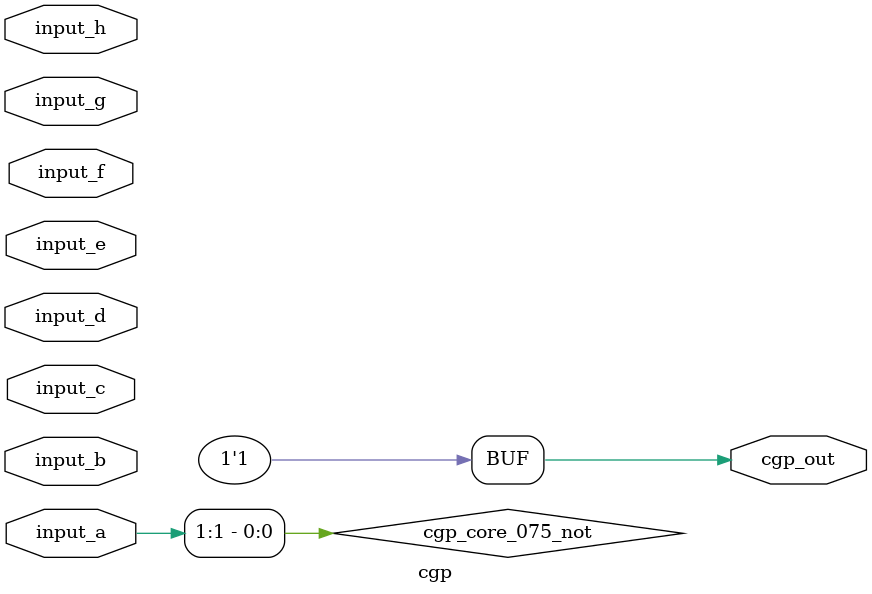
<source format=v>
module cgp(input [1:0] input_a, input [1:0] input_b, input [1:0] input_c, input [1:0] input_d, input [1:0] input_e, input [1:0] input_f, input [1:0] input_g, input [1:0] input_h, output [0:0] cgp_out);
  wire cgp_core_019;
  wire cgp_core_020;
  wire cgp_core_021;
  wire cgp_core_022;
  wire cgp_core_023;
  wire cgp_core_024;
  wire cgp_core_025;
  wire cgp_core_026;
  wire cgp_core_027;
  wire cgp_core_028;
  wire cgp_core_029;
  wire cgp_core_030;
  wire cgp_core_031;
  wire cgp_core_032;
  wire cgp_core_033;
  wire cgp_core_034;
  wire cgp_core_035;
  wire cgp_core_036;
  wire cgp_core_037;
  wire cgp_core_038;
  wire cgp_core_039;
  wire cgp_core_040;
  wire cgp_core_041;
  wire cgp_core_042;
  wire cgp_core_043;
  wire cgp_core_044;
  wire cgp_core_046;
  wire cgp_core_047;
  wire cgp_core_048;
  wire cgp_core_049;
  wire cgp_core_050;
  wire cgp_core_051;
  wire cgp_core_052;
  wire cgp_core_053;
  wire cgp_core_054;
  wire cgp_core_056;
  wire cgp_core_057;
  wire cgp_core_058;
  wire cgp_core_059;
  wire cgp_core_060;
  wire cgp_core_061;
  wire cgp_core_063;
  wire cgp_core_064_not;
  wire cgp_core_067;
  wire cgp_core_068;
  wire cgp_core_069;
  wire cgp_core_071;
  wire cgp_core_072;
  wire cgp_core_073;
  wire cgp_core_074;
  wire cgp_core_075_not;
  wire cgp_core_076;
  wire cgp_core_077;
  wire cgp_core_078;
  wire cgp_core_079;
  wire cgp_core_080;
  wire cgp_core_081;
  wire cgp_core_082;
  wire cgp_core_083;
  wire cgp_core_084;
  wire cgp_core_089;
  wire cgp_core_090;
  wire cgp_core_091;
  wire cgp_core_094;
  wire cgp_core_095;

  assign cgp_core_019 = input_b[0] ^ input_c[0];
  assign cgp_core_020 = input_b[1] ^ input_c[0];
  assign cgp_core_021 = input_d[0] & input_e[1];
  assign cgp_core_022 = ~(input_g[0] | cgp_core_019);
  assign cgp_core_023 = cgp_core_020 & cgp_core_019;
  assign cgp_core_024 = cgp_core_021 | input_f[1];
  assign cgp_core_025 = input_d[0] ^ input_c[0];
  assign cgp_core_026 = ~(input_a[0] & input_h[0]);
  assign cgp_core_027 = ~(input_a[1] | input_a[1]);
  assign cgp_core_028 = input_a[1] & input_d[1];
  assign cgp_core_029 = cgp_core_027 ^ cgp_core_026;
  assign cgp_core_030 = input_b[1] & input_f[1];
  assign cgp_core_031 = input_c[1] | cgp_core_030;
  assign cgp_core_032 = input_c[0] ^ cgp_core_031;
  assign cgp_core_033 = input_a[1] & input_f[1];
  assign cgp_core_034 = input_g[0] ^ input_h[0];
  assign cgp_core_035 = input_g[0] & input_h[0];
  assign cgp_core_036 = input_g[1] & input_h[1];
  assign cgp_core_037 = input_g[1] & input_h[1];
  assign cgp_core_038 = ~cgp_core_036;
  assign cgp_core_039 = cgp_core_036 & cgp_core_035;
  assign cgp_core_040 = input_f[1] | input_b[1];
  assign cgp_core_041 = input_e[1] ^ input_b[1];
  assign cgp_core_042 = input_d[0] & input_e[0];
  assign cgp_core_043 = input_d[1] & cgp_core_038;
  assign cgp_core_044 = input_b[1] & cgp_core_038;
  assign cgp_core_046 = cgp_core_043 & input_f[1];
  assign cgp_core_047 = ~(cgp_core_044 | cgp_core_046);
  assign cgp_core_048 = input_a[0] ^ cgp_core_047;
  assign cgp_core_049 = ~cgp_core_040;
  assign cgp_core_050 = ~(input_c[0] & input_d[1]);
  assign cgp_core_051 = ~(cgp_core_025 | cgp_core_041);
  assign cgp_core_052 = ~(input_e[1] & input_f[0]);
  assign cgp_core_053 = cgp_core_029 & input_f[0];
  assign cgp_core_054 = cgp_core_052 | cgp_core_051;
  assign cgp_core_056 = input_c[0] | input_c[1];
  assign cgp_core_057 = ~(cgp_core_032 | cgp_core_048);
  assign cgp_core_058 = cgp_core_032 & cgp_core_048;
  assign cgp_core_059 = input_a[1] ^ cgp_core_056;
  assign cgp_core_060 = cgp_core_057 & cgp_core_056;
  assign cgp_core_061 = ~(cgp_core_058 | cgp_core_060);
  assign cgp_core_063 = cgp_core_033 & cgp_core_049;
  assign cgp_core_064_not = ~cgp_core_061;
  assign cgp_core_067 = input_e[0] ^ input_f[0];
  assign cgp_core_068 = input_e[0] & input_d[0];
  assign cgp_core_069 = input_c[0] ^ input_f[1];
  assign cgp_core_071 = cgp_core_069 ^ cgp_core_068;
  assign cgp_core_072 = cgp_core_069 & cgp_core_068;
  assign cgp_core_073 = input_a[0] | cgp_core_072;
  assign cgp_core_074 = ~(input_a[1] | input_a[1]);
  assign cgp_core_075_not = ~cgp_core_074;
  assign cgp_core_076 = ~cgp_core_064_not;
  assign cgp_core_077 = input_g[1] & input_a[0];
  assign cgp_core_078 = input_c[0] ^ input_c[1];
  assign cgp_core_079 = input_f[0] & cgp_core_078;
  assign cgp_core_080 = cgp_core_079 & input_h[0];
  assign cgp_core_081 = ~(cgp_core_059 ^ cgp_core_073);
  assign cgp_core_082 = cgp_core_081 & input_b[1];
  assign cgp_core_083 = ~cgp_core_071;
  assign cgp_core_084 = input_g[0] & cgp_core_083;
  assign cgp_core_089 = input_a[0] & cgp_core_067;
  assign cgp_core_090 = input_a[0] & input_c[0];
  assign cgp_core_091 = ~(cgp_core_050 ^ input_f[1]);
  assign cgp_core_094 = ~(cgp_core_090 & input_c[0]);
  assign cgp_core_095 = ~input_a[1];

  assign cgp_out[0] = 1'b1;
endmodule
</source>
